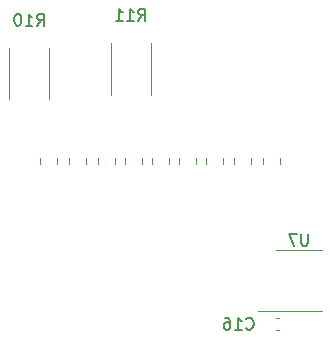
<source format=gbr>
%TF.GenerationSoftware,KiCad,Pcbnew,(6.0.6)*%
%TF.CreationDate,2022-10-05T22:51:16+08:00*%
%TF.ProjectId,rm_foc_driver,726d5f66-6f63-45f6-9472-697665722e6b,rev?*%
%TF.SameCoordinates,Original*%
%TF.FileFunction,Legend,Bot*%
%TF.FilePolarity,Positive*%
%FSLAX46Y46*%
G04 Gerber Fmt 4.6, Leading zero omitted, Abs format (unit mm)*
G04 Created by KiCad (PCBNEW (6.0.6)) date 2022-10-05 22:51:16*
%MOMM*%
%LPD*%
G01*
G04 APERTURE LIST*
%ADD10C,0.150000*%
%ADD11C,0.120000*%
G04 APERTURE END LIST*
D10*
%TO.C,C16*%
X160649857Y-105005142D02*
X160697476Y-105052761D01*
X160840333Y-105100380D01*
X160935571Y-105100380D01*
X161078428Y-105052761D01*
X161173666Y-104957523D01*
X161221285Y-104862285D01*
X161268904Y-104671809D01*
X161268904Y-104528952D01*
X161221285Y-104338476D01*
X161173666Y-104243238D01*
X161078428Y-104148000D01*
X160935571Y-104100380D01*
X160840333Y-104100380D01*
X160697476Y-104148000D01*
X160649857Y-104195619D01*
X159697476Y-105100380D02*
X160268904Y-105100380D01*
X159983190Y-105100380D02*
X159983190Y-104100380D01*
X160078428Y-104243238D01*
X160173666Y-104338476D01*
X160268904Y-104386095D01*
X158840333Y-104100380D02*
X159030809Y-104100380D01*
X159126047Y-104148000D01*
X159173666Y-104195619D01*
X159268904Y-104338476D01*
X159316523Y-104528952D01*
X159316523Y-104909904D01*
X159268904Y-105005142D01*
X159221285Y-105052761D01*
X159126047Y-105100380D01*
X158935571Y-105100380D01*
X158840333Y-105052761D01*
X158792714Y-105005142D01*
X158745095Y-104909904D01*
X158745095Y-104671809D01*
X158792714Y-104576571D01*
X158840333Y-104528952D01*
X158935571Y-104481333D01*
X159126047Y-104481333D01*
X159221285Y-104528952D01*
X159268904Y-104576571D01*
X159316523Y-104671809D01*
%TO.C,U7*%
X165861904Y-96988380D02*
X165861904Y-97797904D01*
X165814285Y-97893142D01*
X165766666Y-97940761D01*
X165671428Y-97988380D01*
X165480952Y-97988380D01*
X165385714Y-97940761D01*
X165338095Y-97893142D01*
X165290476Y-97797904D01*
X165290476Y-96988380D01*
X164909523Y-96988380D02*
X164242857Y-96988380D01*
X164671428Y-97988380D01*
%TO.C,R10*%
X142933657Y-79370180D02*
X143266990Y-78893990D01*
X143505085Y-79370180D02*
X143505085Y-78370180D01*
X143124133Y-78370180D01*
X143028895Y-78417800D01*
X142981276Y-78465419D01*
X142933657Y-78560657D01*
X142933657Y-78703514D01*
X142981276Y-78798752D01*
X143028895Y-78846371D01*
X143124133Y-78893990D01*
X143505085Y-78893990D01*
X141981276Y-79370180D02*
X142552704Y-79370180D01*
X142266990Y-79370180D02*
X142266990Y-78370180D01*
X142362228Y-78513038D01*
X142457466Y-78608276D01*
X142552704Y-78655895D01*
X141362228Y-78370180D02*
X141266990Y-78370180D01*
X141171752Y-78417800D01*
X141124133Y-78465419D01*
X141076514Y-78560657D01*
X141028895Y-78751133D01*
X141028895Y-78989228D01*
X141076514Y-79179704D01*
X141124133Y-79274942D01*
X141171752Y-79322561D01*
X141266990Y-79370180D01*
X141362228Y-79370180D01*
X141457466Y-79322561D01*
X141505085Y-79274942D01*
X141552704Y-79179704D01*
X141600323Y-78989228D01*
X141600323Y-78751133D01*
X141552704Y-78560657D01*
X141505085Y-78465419D01*
X141457466Y-78417800D01*
X141362228Y-78370180D01*
%TO.C,R11*%
X151518857Y-78938380D02*
X151852190Y-78462190D01*
X152090285Y-78938380D02*
X152090285Y-77938380D01*
X151709333Y-77938380D01*
X151614095Y-77986000D01*
X151566476Y-78033619D01*
X151518857Y-78128857D01*
X151518857Y-78271714D01*
X151566476Y-78366952D01*
X151614095Y-78414571D01*
X151709333Y-78462190D01*
X152090285Y-78462190D01*
X150566476Y-78938380D02*
X151137904Y-78938380D01*
X150852190Y-78938380D02*
X150852190Y-77938380D01*
X150947428Y-78081238D01*
X151042666Y-78176476D01*
X151137904Y-78224095D01*
X149614095Y-78938380D02*
X150185523Y-78938380D01*
X149899809Y-78938380D02*
X149899809Y-77938380D01*
X149995047Y-78081238D01*
X150090285Y-78176476D01*
X150185523Y-78224095D01*
D11*
%TO.C,C33*%
X152635000Y-90545748D02*
X152635000Y-91068252D01*
X154105000Y-90545748D02*
X154105000Y-91068252D01*
%TO.C,C16*%
X163181420Y-105158000D02*
X163462580Y-105158000D01*
X163181420Y-104138000D02*
X163462580Y-104138000D01*
%TO.C,C24*%
X144626000Y-90543748D02*
X144626000Y-91066252D01*
X143156000Y-90543748D02*
X143156000Y-91066252D01*
%TO.C,C26*%
X149533000Y-90545748D02*
X149533000Y-91068252D01*
X148063000Y-90545748D02*
X148063000Y-91068252D01*
%TO.C,C29*%
X161090000Y-90545748D02*
X161090000Y-91068252D01*
X159620000Y-90545748D02*
X159620000Y-91068252D01*
%TO.C,U7*%
X165100000Y-103525000D02*
X167050000Y-103525000D01*
X165100000Y-98405000D02*
X167050000Y-98405000D01*
X165100000Y-103525000D02*
X161650000Y-103525000D01*
X165100000Y-98405000D02*
X163150000Y-98405000D01*
%TO.C,R10*%
X143950000Y-81261936D02*
X143950000Y-85616064D01*
X140530000Y-81261936D02*
X140530000Y-85616064D01*
%TO.C,R11*%
X149166000Y-80880936D02*
X149166000Y-85235064D01*
X152586000Y-80880936D02*
X152586000Y-85235064D01*
%TO.C,C30*%
X158677000Y-90545748D02*
X158677000Y-91068252D01*
X157207000Y-90545748D02*
X157207000Y-91068252D01*
%TO.C,C32*%
X150349000Y-90545748D02*
X150349000Y-91068252D01*
X151819000Y-90545748D02*
X151819000Y-91068252D01*
%TO.C,C27*%
X162033000Y-90545748D02*
X162033000Y-91068252D01*
X163503000Y-90545748D02*
X163503000Y-91068252D01*
%TO.C,C25*%
X145650000Y-90545748D02*
X145650000Y-91068252D01*
X147120000Y-90545748D02*
X147120000Y-91068252D01*
%TO.C,C31*%
X154921000Y-90545748D02*
X154921000Y-91068252D01*
X156391000Y-90545748D02*
X156391000Y-91068252D01*
%TD*%
M02*

</source>
